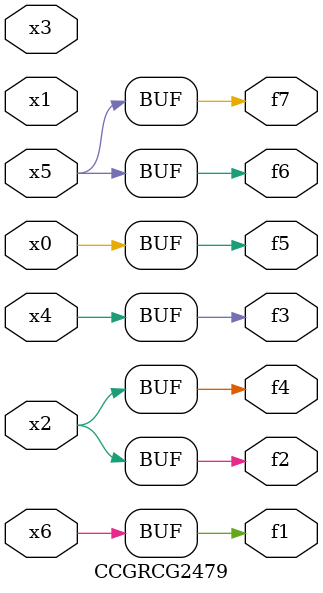
<source format=v>
module CCGRCG2479(
	input x0, x1, x2, x3, x4, x5, x6,
	output f1, f2, f3, f4, f5, f6, f7
);
	assign f1 = x6;
	assign f2 = x2;
	assign f3 = x4;
	assign f4 = x2;
	assign f5 = x0;
	assign f6 = x5;
	assign f7 = x5;
endmodule

</source>
